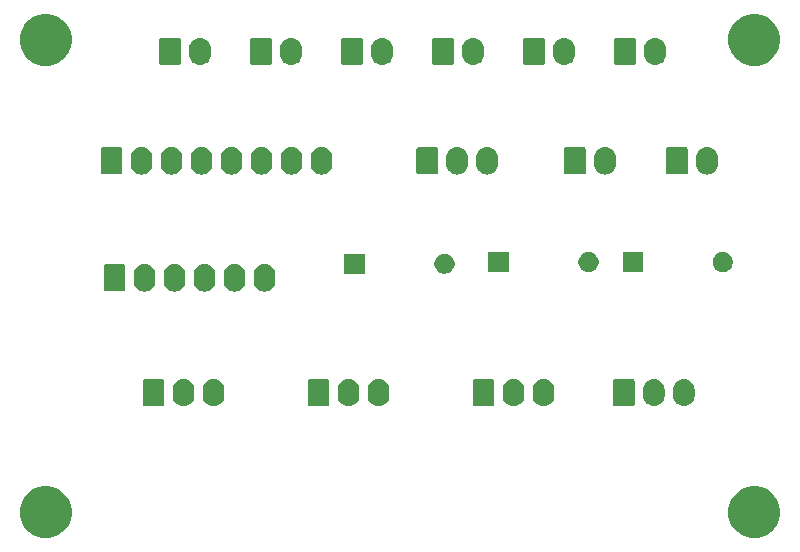
<source format=gbr>
G04 #@! TF.GenerationSoftware,KiCad,Pcbnew,(5.1.5-0-10_14)*
G04 #@! TF.CreationDate,2021-10-24T14:08:41+10:00*
G04 #@! TF.ProjectId,Vid Record and IFEI,56696420-5265-4636-9f72-6420616e6420,rev?*
G04 #@! TF.SameCoordinates,Original*
G04 #@! TF.FileFunction,Soldermask,Bot*
G04 #@! TF.FilePolarity,Negative*
%FSLAX46Y46*%
G04 Gerber Fmt 4.6, Leading zero omitted, Abs format (unit mm)*
G04 Created by KiCad (PCBNEW (5.1.5-0-10_14)) date 2021-10-24 14:08:41*
%MOMM*%
%LPD*%
G04 APERTURE LIST*
%ADD10C,0.100000*%
G04 APERTURE END LIST*
D10*
G36*
X194578007Y-113867582D02*
G01*
X194978563Y-114033498D01*
X194978565Y-114033499D01*
X195339056Y-114274371D01*
X195645629Y-114580944D01*
X195886501Y-114941435D01*
X195886502Y-114941437D01*
X196052418Y-115341993D01*
X196137000Y-115767219D01*
X196137000Y-116200781D01*
X196052418Y-116626007D01*
X195886502Y-117026563D01*
X195886501Y-117026565D01*
X195645629Y-117387056D01*
X195339056Y-117693629D01*
X194978565Y-117934501D01*
X194978564Y-117934502D01*
X194978563Y-117934502D01*
X194578007Y-118100418D01*
X194152781Y-118185000D01*
X193719219Y-118185000D01*
X193293993Y-118100418D01*
X192893437Y-117934502D01*
X192893436Y-117934502D01*
X192893435Y-117934501D01*
X192532944Y-117693629D01*
X192226371Y-117387056D01*
X191985499Y-117026565D01*
X191985498Y-117026563D01*
X191819582Y-116626007D01*
X191735000Y-116200781D01*
X191735000Y-115767219D01*
X191819582Y-115341993D01*
X191985498Y-114941437D01*
X191985499Y-114941435D01*
X192226371Y-114580944D01*
X192532944Y-114274371D01*
X192893435Y-114033499D01*
X192893437Y-114033498D01*
X193293993Y-113867582D01*
X193719219Y-113783000D01*
X194152781Y-113783000D01*
X194578007Y-113867582D01*
G37*
G36*
X134578007Y-113867582D02*
G01*
X134978563Y-114033498D01*
X134978565Y-114033499D01*
X135339056Y-114274371D01*
X135645629Y-114580944D01*
X135886501Y-114941435D01*
X135886502Y-114941437D01*
X136052418Y-115341993D01*
X136137000Y-115767219D01*
X136137000Y-116200781D01*
X136052418Y-116626007D01*
X135886502Y-117026563D01*
X135886501Y-117026565D01*
X135645629Y-117387056D01*
X135339056Y-117693629D01*
X134978565Y-117934501D01*
X134978564Y-117934502D01*
X134978563Y-117934502D01*
X134578007Y-118100418D01*
X134152781Y-118185000D01*
X133719219Y-118185000D01*
X133293993Y-118100418D01*
X132893437Y-117934502D01*
X132893436Y-117934502D01*
X132893435Y-117934501D01*
X132532944Y-117693629D01*
X132226371Y-117387056D01*
X131985499Y-117026565D01*
X131985498Y-117026563D01*
X131819582Y-116626007D01*
X131735000Y-116200781D01*
X131735000Y-115767219D01*
X131819582Y-115341993D01*
X131985498Y-114941437D01*
X131985499Y-114941435D01*
X132226371Y-114580944D01*
X132532944Y-114274371D01*
X132893435Y-114033499D01*
X132893437Y-114033498D01*
X133293993Y-113867582D01*
X133719219Y-113783000D01*
X134152781Y-113783000D01*
X134578007Y-113867582D01*
G37*
G36*
X159756547Y-104716326D02*
G01*
X159930156Y-104768990D01*
X159930158Y-104768991D01*
X160090155Y-104854511D01*
X160230397Y-104969603D01*
X160309729Y-105066271D01*
X160345489Y-105109844D01*
X160431010Y-105269843D01*
X160483674Y-105443452D01*
X160497000Y-105578756D01*
X160497000Y-106129243D01*
X160483674Y-106264548D01*
X160431010Y-106438157D01*
X160345489Y-106598156D01*
X160309729Y-106641729D01*
X160230397Y-106738397D01*
X160133729Y-106817729D01*
X160090156Y-106853489D01*
X159930157Y-106939010D01*
X159756548Y-106991674D01*
X159576000Y-107009456D01*
X159395453Y-106991674D01*
X159221844Y-106939010D01*
X159061845Y-106853489D01*
X159018272Y-106817729D01*
X158921604Y-106738397D01*
X158806513Y-106598157D01*
X158806512Y-106598155D01*
X158720990Y-106438157D01*
X158668326Y-106264548D01*
X158655000Y-106129244D01*
X158655000Y-105578757D01*
X158668326Y-105443453D01*
X158720990Y-105269844D01*
X158806511Y-105109845D01*
X158806512Y-105109844D01*
X158921603Y-104969603D01*
X159047388Y-104866375D01*
X159061844Y-104854511D01*
X159221843Y-104768990D01*
X159395452Y-104716326D01*
X159576000Y-104698544D01*
X159756547Y-104716326D01*
G37*
G36*
X162296547Y-104716326D02*
G01*
X162470156Y-104768990D01*
X162470158Y-104768991D01*
X162630155Y-104854511D01*
X162770397Y-104969603D01*
X162849729Y-105066271D01*
X162885489Y-105109844D01*
X162971010Y-105269843D01*
X163023674Y-105443452D01*
X163037000Y-105578756D01*
X163037000Y-106129243D01*
X163023674Y-106264548D01*
X162971010Y-106438157D01*
X162885489Y-106598156D01*
X162849729Y-106641729D01*
X162770397Y-106738397D01*
X162673729Y-106817729D01*
X162630156Y-106853489D01*
X162470157Y-106939010D01*
X162296548Y-106991674D01*
X162116000Y-107009456D01*
X161935453Y-106991674D01*
X161761844Y-106939010D01*
X161601845Y-106853489D01*
X161558272Y-106817729D01*
X161461604Y-106738397D01*
X161346513Y-106598157D01*
X161346512Y-106598155D01*
X161260990Y-106438157D01*
X161208326Y-106264548D01*
X161195000Y-106129244D01*
X161195000Y-105578757D01*
X161208326Y-105443453D01*
X161260990Y-105269844D01*
X161346511Y-105109845D01*
X161346512Y-105109844D01*
X161461603Y-104969603D01*
X161587388Y-104866375D01*
X161601844Y-104854511D01*
X161761843Y-104768990D01*
X161935452Y-104716326D01*
X162116000Y-104698544D01*
X162296547Y-104716326D01*
G37*
G36*
X173726547Y-104716326D02*
G01*
X173900156Y-104768990D01*
X173900158Y-104768991D01*
X174060155Y-104854511D01*
X174200397Y-104969603D01*
X174279729Y-105066271D01*
X174315489Y-105109844D01*
X174401010Y-105269843D01*
X174453674Y-105443452D01*
X174467000Y-105578756D01*
X174467000Y-106129243D01*
X174453674Y-106264548D01*
X174401010Y-106438157D01*
X174315489Y-106598156D01*
X174279729Y-106641729D01*
X174200397Y-106738397D01*
X174103729Y-106817729D01*
X174060156Y-106853489D01*
X173900157Y-106939010D01*
X173726548Y-106991674D01*
X173546000Y-107009456D01*
X173365453Y-106991674D01*
X173191844Y-106939010D01*
X173031845Y-106853489D01*
X172988272Y-106817729D01*
X172891604Y-106738397D01*
X172776513Y-106598157D01*
X172776512Y-106598155D01*
X172690990Y-106438157D01*
X172638326Y-106264548D01*
X172625000Y-106129244D01*
X172625000Y-105578757D01*
X172638326Y-105443453D01*
X172690990Y-105269844D01*
X172776511Y-105109845D01*
X172776512Y-105109844D01*
X172891603Y-104969603D01*
X173017388Y-104866375D01*
X173031844Y-104854511D01*
X173191843Y-104768990D01*
X173365452Y-104716326D01*
X173546000Y-104698544D01*
X173726547Y-104716326D01*
G37*
G36*
X176266547Y-104716326D02*
G01*
X176440156Y-104768990D01*
X176440158Y-104768991D01*
X176600155Y-104854511D01*
X176740397Y-104969603D01*
X176819729Y-105066271D01*
X176855489Y-105109844D01*
X176941010Y-105269843D01*
X176993674Y-105443452D01*
X177007000Y-105578756D01*
X177007000Y-106129243D01*
X176993674Y-106264548D01*
X176941010Y-106438157D01*
X176855489Y-106598156D01*
X176819729Y-106641729D01*
X176740397Y-106738397D01*
X176643729Y-106817729D01*
X176600156Y-106853489D01*
X176440157Y-106939010D01*
X176266548Y-106991674D01*
X176086000Y-107009456D01*
X175905453Y-106991674D01*
X175731844Y-106939010D01*
X175571845Y-106853489D01*
X175528272Y-106817729D01*
X175431604Y-106738397D01*
X175316513Y-106598157D01*
X175316512Y-106598155D01*
X175230990Y-106438157D01*
X175178326Y-106264548D01*
X175165000Y-106129244D01*
X175165000Y-105578757D01*
X175178326Y-105443453D01*
X175230990Y-105269844D01*
X175316511Y-105109845D01*
X175316512Y-105109844D01*
X175431603Y-104969603D01*
X175557388Y-104866375D01*
X175571844Y-104854511D01*
X175731843Y-104768990D01*
X175905452Y-104716326D01*
X176086000Y-104698544D01*
X176266547Y-104716326D01*
G37*
G36*
X185600547Y-104716326D02*
G01*
X185774156Y-104768990D01*
X185774158Y-104768991D01*
X185934155Y-104854511D01*
X186074397Y-104969603D01*
X186153729Y-105066271D01*
X186189489Y-105109844D01*
X186275010Y-105269843D01*
X186327674Y-105443452D01*
X186341000Y-105578756D01*
X186341000Y-106129243D01*
X186327674Y-106264548D01*
X186275010Y-106438157D01*
X186189489Y-106598156D01*
X186153729Y-106641729D01*
X186074397Y-106738397D01*
X185977729Y-106817729D01*
X185934156Y-106853489D01*
X185774157Y-106939010D01*
X185600548Y-106991674D01*
X185420000Y-107009456D01*
X185239453Y-106991674D01*
X185065844Y-106939010D01*
X184905845Y-106853489D01*
X184862272Y-106817729D01*
X184765604Y-106738397D01*
X184650513Y-106598157D01*
X184650512Y-106598155D01*
X184564990Y-106438157D01*
X184512326Y-106264548D01*
X184499000Y-106129244D01*
X184499000Y-105578757D01*
X184512326Y-105443453D01*
X184564990Y-105269844D01*
X184650511Y-105109845D01*
X184650512Y-105109844D01*
X184765603Y-104969603D01*
X184891388Y-104866375D01*
X184905844Y-104854511D01*
X185065843Y-104768990D01*
X185239452Y-104716326D01*
X185420000Y-104698544D01*
X185600547Y-104716326D01*
G37*
G36*
X188140547Y-104716326D02*
G01*
X188314156Y-104768990D01*
X188314158Y-104768991D01*
X188474155Y-104854511D01*
X188614397Y-104969603D01*
X188693729Y-105066271D01*
X188729489Y-105109844D01*
X188815010Y-105269843D01*
X188867674Y-105443452D01*
X188881000Y-105578756D01*
X188881000Y-106129243D01*
X188867674Y-106264548D01*
X188815010Y-106438157D01*
X188729489Y-106598156D01*
X188693729Y-106641729D01*
X188614397Y-106738397D01*
X188517729Y-106817729D01*
X188474156Y-106853489D01*
X188314157Y-106939010D01*
X188140548Y-106991674D01*
X187960000Y-107009456D01*
X187779453Y-106991674D01*
X187605844Y-106939010D01*
X187445845Y-106853489D01*
X187402272Y-106817729D01*
X187305604Y-106738397D01*
X187190513Y-106598157D01*
X187190512Y-106598155D01*
X187104990Y-106438157D01*
X187052326Y-106264548D01*
X187039000Y-106129244D01*
X187039000Y-105578757D01*
X187052326Y-105443453D01*
X187104990Y-105269844D01*
X187190511Y-105109845D01*
X187190512Y-105109844D01*
X187305603Y-104969603D01*
X187431388Y-104866375D01*
X187445844Y-104854511D01*
X187605843Y-104768990D01*
X187779452Y-104716326D01*
X187960000Y-104698544D01*
X188140547Y-104716326D01*
G37*
G36*
X145786547Y-104716326D02*
G01*
X145960156Y-104768990D01*
X145960158Y-104768991D01*
X146120155Y-104854511D01*
X146260397Y-104969603D01*
X146339729Y-105066271D01*
X146375489Y-105109844D01*
X146461010Y-105269843D01*
X146513674Y-105443452D01*
X146527000Y-105578756D01*
X146527000Y-106129243D01*
X146513674Y-106264548D01*
X146461010Y-106438157D01*
X146375489Y-106598156D01*
X146339729Y-106641729D01*
X146260397Y-106738397D01*
X146163729Y-106817729D01*
X146120156Y-106853489D01*
X145960157Y-106939010D01*
X145786548Y-106991674D01*
X145606000Y-107009456D01*
X145425453Y-106991674D01*
X145251844Y-106939010D01*
X145091845Y-106853489D01*
X145048272Y-106817729D01*
X144951604Y-106738397D01*
X144836513Y-106598157D01*
X144836512Y-106598155D01*
X144750990Y-106438157D01*
X144698326Y-106264548D01*
X144685000Y-106129244D01*
X144685000Y-105578757D01*
X144698326Y-105443453D01*
X144750990Y-105269844D01*
X144836511Y-105109845D01*
X144836512Y-105109844D01*
X144951603Y-104969603D01*
X145077388Y-104866375D01*
X145091844Y-104854511D01*
X145251843Y-104768990D01*
X145425452Y-104716326D01*
X145606000Y-104698544D01*
X145786547Y-104716326D01*
G37*
G36*
X148326547Y-104716326D02*
G01*
X148500156Y-104768990D01*
X148500158Y-104768991D01*
X148660155Y-104854511D01*
X148800397Y-104969603D01*
X148879729Y-105066271D01*
X148915489Y-105109844D01*
X149001010Y-105269843D01*
X149053674Y-105443452D01*
X149067000Y-105578756D01*
X149067000Y-106129243D01*
X149053674Y-106264548D01*
X149001010Y-106438157D01*
X148915489Y-106598156D01*
X148879729Y-106641729D01*
X148800397Y-106738397D01*
X148703729Y-106817729D01*
X148660156Y-106853489D01*
X148500157Y-106939010D01*
X148326548Y-106991674D01*
X148146000Y-107009456D01*
X147965453Y-106991674D01*
X147791844Y-106939010D01*
X147631845Y-106853489D01*
X147588272Y-106817729D01*
X147491604Y-106738397D01*
X147376513Y-106598157D01*
X147376512Y-106598155D01*
X147290990Y-106438157D01*
X147238326Y-106264548D01*
X147225000Y-106129244D01*
X147225000Y-105578757D01*
X147238326Y-105443453D01*
X147290990Y-105269844D01*
X147376511Y-105109845D01*
X147376512Y-105109844D01*
X147491603Y-104969603D01*
X147617388Y-104866375D01*
X147631844Y-104854511D01*
X147791843Y-104768990D01*
X147965452Y-104716326D01*
X148146000Y-104698544D01*
X148326547Y-104716326D01*
G37*
G36*
X157815561Y-104706966D02*
G01*
X157848383Y-104716923D01*
X157878632Y-104733092D01*
X157905148Y-104754852D01*
X157926908Y-104781368D01*
X157943077Y-104811617D01*
X157953034Y-104844439D01*
X157957000Y-104884713D01*
X157957000Y-106823287D01*
X157953034Y-106863561D01*
X157943077Y-106896383D01*
X157926908Y-106926632D01*
X157905148Y-106953148D01*
X157878632Y-106974908D01*
X157848383Y-106991077D01*
X157815561Y-107001034D01*
X157775287Y-107005000D01*
X156296713Y-107005000D01*
X156256439Y-107001034D01*
X156223617Y-106991077D01*
X156193368Y-106974908D01*
X156166852Y-106953148D01*
X156145092Y-106926632D01*
X156128923Y-106896383D01*
X156118966Y-106863561D01*
X156115000Y-106823287D01*
X156115000Y-104884713D01*
X156118966Y-104844439D01*
X156128923Y-104811617D01*
X156145092Y-104781368D01*
X156166852Y-104754852D01*
X156193368Y-104733092D01*
X156223617Y-104716923D01*
X156256439Y-104706966D01*
X156296713Y-104703000D01*
X157775287Y-104703000D01*
X157815561Y-104706966D01*
G37*
G36*
X171785561Y-104706966D02*
G01*
X171818383Y-104716923D01*
X171848632Y-104733092D01*
X171875148Y-104754852D01*
X171896908Y-104781368D01*
X171913077Y-104811617D01*
X171923034Y-104844439D01*
X171927000Y-104884713D01*
X171927000Y-106823287D01*
X171923034Y-106863561D01*
X171913077Y-106896383D01*
X171896908Y-106926632D01*
X171875148Y-106953148D01*
X171848632Y-106974908D01*
X171818383Y-106991077D01*
X171785561Y-107001034D01*
X171745287Y-107005000D01*
X170266713Y-107005000D01*
X170226439Y-107001034D01*
X170193617Y-106991077D01*
X170163368Y-106974908D01*
X170136852Y-106953148D01*
X170115092Y-106926632D01*
X170098923Y-106896383D01*
X170088966Y-106863561D01*
X170085000Y-106823287D01*
X170085000Y-104884713D01*
X170088966Y-104844439D01*
X170098923Y-104811617D01*
X170115092Y-104781368D01*
X170136852Y-104754852D01*
X170163368Y-104733092D01*
X170193617Y-104716923D01*
X170226439Y-104706966D01*
X170266713Y-104703000D01*
X171745287Y-104703000D01*
X171785561Y-104706966D01*
G37*
G36*
X143845561Y-104706966D02*
G01*
X143878383Y-104716923D01*
X143908632Y-104733092D01*
X143935148Y-104754852D01*
X143956908Y-104781368D01*
X143973077Y-104811617D01*
X143983034Y-104844439D01*
X143987000Y-104884713D01*
X143987000Y-106823287D01*
X143983034Y-106863561D01*
X143973077Y-106896383D01*
X143956908Y-106926632D01*
X143935148Y-106953148D01*
X143908632Y-106974908D01*
X143878383Y-106991077D01*
X143845561Y-107001034D01*
X143805287Y-107005000D01*
X142326713Y-107005000D01*
X142286439Y-107001034D01*
X142253617Y-106991077D01*
X142223368Y-106974908D01*
X142196852Y-106953148D01*
X142175092Y-106926632D01*
X142158923Y-106896383D01*
X142148966Y-106863561D01*
X142145000Y-106823287D01*
X142145000Y-104884713D01*
X142148966Y-104844439D01*
X142158923Y-104811617D01*
X142175092Y-104781368D01*
X142196852Y-104754852D01*
X142223368Y-104733092D01*
X142253617Y-104716923D01*
X142286439Y-104706966D01*
X142326713Y-104703000D01*
X143805287Y-104703000D01*
X143845561Y-104706966D01*
G37*
G36*
X183659561Y-104706966D02*
G01*
X183692383Y-104716923D01*
X183722632Y-104733092D01*
X183749148Y-104754852D01*
X183770908Y-104781368D01*
X183787077Y-104811617D01*
X183797034Y-104844439D01*
X183801000Y-104884713D01*
X183801000Y-106823287D01*
X183797034Y-106863561D01*
X183787077Y-106896383D01*
X183770908Y-106926632D01*
X183749148Y-106953148D01*
X183722632Y-106974908D01*
X183692383Y-106991077D01*
X183659561Y-107001034D01*
X183619287Y-107005000D01*
X182140713Y-107005000D01*
X182100439Y-107001034D01*
X182067617Y-106991077D01*
X182037368Y-106974908D01*
X182010852Y-106953148D01*
X181989092Y-106926632D01*
X181972923Y-106896383D01*
X181962966Y-106863561D01*
X181959000Y-106823287D01*
X181959000Y-104884713D01*
X181962966Y-104844439D01*
X181972923Y-104811617D01*
X181989092Y-104781368D01*
X182010852Y-104754852D01*
X182037368Y-104733092D01*
X182067617Y-104716923D01*
X182100439Y-104706966D01*
X182140713Y-104703000D01*
X183619287Y-104703000D01*
X183659561Y-104706966D01*
G37*
G36*
X152644547Y-95001326D02*
G01*
X152818156Y-95053990D01*
X152818158Y-95053991D01*
X152978155Y-95139511D01*
X153118397Y-95254603D01*
X153195028Y-95347980D01*
X153233489Y-95394844D01*
X153319010Y-95554843D01*
X153371674Y-95728452D01*
X153385000Y-95863756D01*
X153385000Y-96414243D01*
X153371674Y-96549548D01*
X153319010Y-96723157D01*
X153233489Y-96883156D01*
X153197729Y-96926729D01*
X153118397Y-97023397D01*
X153021729Y-97102729D01*
X152978156Y-97138489D01*
X152818157Y-97224010D01*
X152644548Y-97276674D01*
X152464000Y-97294456D01*
X152283453Y-97276674D01*
X152109844Y-97224010D01*
X151949845Y-97138489D01*
X151906272Y-97102729D01*
X151809604Y-97023397D01*
X151694513Y-96883157D01*
X151694512Y-96883155D01*
X151608990Y-96723157D01*
X151556326Y-96549548D01*
X151543000Y-96414244D01*
X151543000Y-95863757D01*
X151556326Y-95728453D01*
X151608990Y-95554844D01*
X151694511Y-95394845D01*
X151732972Y-95347980D01*
X151809603Y-95254603D01*
X151935388Y-95151375D01*
X151949844Y-95139511D01*
X152109843Y-95053990D01*
X152283452Y-95001326D01*
X152464000Y-94983544D01*
X152644547Y-95001326D01*
G37*
G36*
X150104547Y-95001326D02*
G01*
X150278156Y-95053990D01*
X150278158Y-95053991D01*
X150438155Y-95139511D01*
X150578397Y-95254603D01*
X150655028Y-95347980D01*
X150693489Y-95394844D01*
X150779010Y-95554843D01*
X150831674Y-95728452D01*
X150845000Y-95863756D01*
X150845000Y-96414243D01*
X150831674Y-96549548D01*
X150779010Y-96723157D01*
X150693489Y-96883156D01*
X150657729Y-96926729D01*
X150578397Y-97023397D01*
X150481729Y-97102729D01*
X150438156Y-97138489D01*
X150278157Y-97224010D01*
X150104548Y-97276674D01*
X149924000Y-97294456D01*
X149743453Y-97276674D01*
X149569844Y-97224010D01*
X149409845Y-97138489D01*
X149366272Y-97102729D01*
X149269604Y-97023397D01*
X149154513Y-96883157D01*
X149154512Y-96883155D01*
X149068990Y-96723157D01*
X149016326Y-96549548D01*
X149003000Y-96414244D01*
X149003000Y-95863757D01*
X149016326Y-95728453D01*
X149068990Y-95554844D01*
X149154511Y-95394845D01*
X149192972Y-95347980D01*
X149269603Y-95254603D01*
X149395388Y-95151375D01*
X149409844Y-95139511D01*
X149569843Y-95053990D01*
X149743452Y-95001326D01*
X149924000Y-94983544D01*
X150104547Y-95001326D01*
G37*
G36*
X147564547Y-95001326D02*
G01*
X147738156Y-95053990D01*
X147738158Y-95053991D01*
X147898155Y-95139511D01*
X148038397Y-95254603D01*
X148115028Y-95347980D01*
X148153489Y-95394844D01*
X148239010Y-95554843D01*
X148291674Y-95728452D01*
X148305000Y-95863756D01*
X148305000Y-96414243D01*
X148291674Y-96549548D01*
X148239010Y-96723157D01*
X148153489Y-96883156D01*
X148117729Y-96926729D01*
X148038397Y-97023397D01*
X147941729Y-97102729D01*
X147898156Y-97138489D01*
X147738157Y-97224010D01*
X147564548Y-97276674D01*
X147384000Y-97294456D01*
X147203453Y-97276674D01*
X147029844Y-97224010D01*
X146869845Y-97138489D01*
X146826272Y-97102729D01*
X146729604Y-97023397D01*
X146614513Y-96883157D01*
X146614512Y-96883155D01*
X146528990Y-96723157D01*
X146476326Y-96549548D01*
X146463000Y-96414244D01*
X146463000Y-95863757D01*
X146476326Y-95728453D01*
X146528990Y-95554844D01*
X146614511Y-95394845D01*
X146652972Y-95347980D01*
X146729603Y-95254603D01*
X146855388Y-95151375D01*
X146869844Y-95139511D01*
X147029843Y-95053990D01*
X147203452Y-95001326D01*
X147384000Y-94983544D01*
X147564547Y-95001326D01*
G37*
G36*
X145024547Y-95001326D02*
G01*
X145198156Y-95053990D01*
X145198158Y-95053991D01*
X145358155Y-95139511D01*
X145498397Y-95254603D01*
X145575028Y-95347980D01*
X145613489Y-95394844D01*
X145699010Y-95554843D01*
X145751674Y-95728452D01*
X145765000Y-95863756D01*
X145765000Y-96414243D01*
X145751674Y-96549548D01*
X145699010Y-96723157D01*
X145613489Y-96883156D01*
X145577729Y-96926729D01*
X145498397Y-97023397D01*
X145401729Y-97102729D01*
X145358156Y-97138489D01*
X145198157Y-97224010D01*
X145024548Y-97276674D01*
X144844000Y-97294456D01*
X144663453Y-97276674D01*
X144489844Y-97224010D01*
X144329845Y-97138489D01*
X144286272Y-97102729D01*
X144189604Y-97023397D01*
X144074513Y-96883157D01*
X144074512Y-96883155D01*
X143988990Y-96723157D01*
X143936326Y-96549548D01*
X143923000Y-96414244D01*
X143923000Y-95863757D01*
X143936326Y-95728453D01*
X143988990Y-95554844D01*
X144074511Y-95394845D01*
X144112972Y-95347980D01*
X144189603Y-95254603D01*
X144315388Y-95151375D01*
X144329844Y-95139511D01*
X144489843Y-95053990D01*
X144663452Y-95001326D01*
X144844000Y-94983544D01*
X145024547Y-95001326D01*
G37*
G36*
X142484547Y-95001326D02*
G01*
X142658156Y-95053990D01*
X142658158Y-95053991D01*
X142818155Y-95139511D01*
X142958397Y-95254603D01*
X143035028Y-95347980D01*
X143073489Y-95394844D01*
X143159010Y-95554843D01*
X143211674Y-95728452D01*
X143225000Y-95863756D01*
X143225000Y-96414243D01*
X143211674Y-96549548D01*
X143159010Y-96723157D01*
X143073489Y-96883156D01*
X143037729Y-96926729D01*
X142958397Y-97023397D01*
X142861729Y-97102729D01*
X142818156Y-97138489D01*
X142658157Y-97224010D01*
X142484548Y-97276674D01*
X142304000Y-97294456D01*
X142123453Y-97276674D01*
X141949844Y-97224010D01*
X141789845Y-97138489D01*
X141746272Y-97102729D01*
X141649604Y-97023397D01*
X141534513Y-96883157D01*
X141534512Y-96883155D01*
X141448990Y-96723157D01*
X141396326Y-96549548D01*
X141383000Y-96414244D01*
X141383000Y-95863757D01*
X141396326Y-95728453D01*
X141448990Y-95554844D01*
X141534511Y-95394845D01*
X141572972Y-95347980D01*
X141649603Y-95254603D01*
X141775388Y-95151375D01*
X141789844Y-95139511D01*
X141949843Y-95053990D01*
X142123452Y-95001326D01*
X142304000Y-94983544D01*
X142484547Y-95001326D01*
G37*
G36*
X140543561Y-94991966D02*
G01*
X140576383Y-95001923D01*
X140606632Y-95018092D01*
X140633148Y-95039852D01*
X140654908Y-95066368D01*
X140671077Y-95096617D01*
X140681034Y-95129439D01*
X140685000Y-95169713D01*
X140685000Y-97108287D01*
X140681034Y-97148561D01*
X140671077Y-97181383D01*
X140654908Y-97211632D01*
X140633148Y-97238148D01*
X140606632Y-97259908D01*
X140576383Y-97276077D01*
X140543561Y-97286034D01*
X140503287Y-97290000D01*
X139024713Y-97290000D01*
X138984439Y-97286034D01*
X138951617Y-97276077D01*
X138921368Y-97259908D01*
X138894852Y-97238148D01*
X138873092Y-97211632D01*
X138856923Y-97181383D01*
X138846966Y-97148561D01*
X138843000Y-97108287D01*
X138843000Y-95169713D01*
X138846966Y-95129439D01*
X138856923Y-95096617D01*
X138873092Y-95066368D01*
X138894852Y-95039852D01*
X138921368Y-95018092D01*
X138951617Y-95001923D01*
X138984439Y-94991966D01*
X139024713Y-94988000D01*
X140503287Y-94988000D01*
X140543561Y-94991966D01*
G37*
G36*
X167952228Y-94114203D02*
G01*
X168107100Y-94178353D01*
X168246481Y-94271485D01*
X168365015Y-94390019D01*
X168458147Y-94529400D01*
X168522297Y-94684272D01*
X168555000Y-94848684D01*
X168555000Y-95016316D01*
X168522297Y-95180728D01*
X168458147Y-95335600D01*
X168365015Y-95474981D01*
X168246481Y-95593515D01*
X168107100Y-95686647D01*
X167952228Y-95750797D01*
X167787816Y-95783500D01*
X167620184Y-95783500D01*
X167455772Y-95750797D01*
X167300900Y-95686647D01*
X167161519Y-95593515D01*
X167042985Y-95474981D01*
X166949853Y-95335600D01*
X166885703Y-95180728D01*
X166853000Y-95016316D01*
X166853000Y-94848684D01*
X166885703Y-94684272D01*
X166949853Y-94529400D01*
X167042985Y-94390019D01*
X167161519Y-94271485D01*
X167300900Y-94178353D01*
X167455772Y-94114203D01*
X167620184Y-94081500D01*
X167787816Y-94081500D01*
X167952228Y-94114203D01*
G37*
G36*
X160935000Y-95783500D02*
G01*
X159233000Y-95783500D01*
X159233000Y-94081500D01*
X160935000Y-94081500D01*
X160935000Y-95783500D01*
G37*
G36*
X184493000Y-95656500D02*
G01*
X182791000Y-95656500D01*
X182791000Y-93954500D01*
X184493000Y-93954500D01*
X184493000Y-95656500D01*
G37*
G36*
X191510228Y-93987203D02*
G01*
X191665100Y-94051353D01*
X191804481Y-94144485D01*
X191923015Y-94263019D01*
X192016147Y-94402400D01*
X192080297Y-94557272D01*
X192113000Y-94721684D01*
X192113000Y-94889316D01*
X192080297Y-95053728D01*
X192016147Y-95208600D01*
X191923015Y-95347981D01*
X191804481Y-95466515D01*
X191665100Y-95559647D01*
X191510228Y-95623797D01*
X191345816Y-95656500D01*
X191178184Y-95656500D01*
X191013772Y-95623797D01*
X190858900Y-95559647D01*
X190719519Y-95466515D01*
X190600985Y-95347981D01*
X190507853Y-95208600D01*
X190443703Y-95053728D01*
X190411000Y-94889316D01*
X190411000Y-94721684D01*
X190443703Y-94557272D01*
X190507853Y-94402400D01*
X190600985Y-94263019D01*
X190719519Y-94144485D01*
X190858900Y-94051353D01*
X191013772Y-93987203D01*
X191178184Y-93954500D01*
X191345816Y-93954500D01*
X191510228Y-93987203D01*
G37*
G36*
X173127000Y-95656500D02*
G01*
X171425000Y-95656500D01*
X171425000Y-93954500D01*
X173127000Y-93954500D01*
X173127000Y-95656500D01*
G37*
G36*
X180144228Y-93987203D02*
G01*
X180299100Y-94051353D01*
X180438481Y-94144485D01*
X180557015Y-94263019D01*
X180650147Y-94402400D01*
X180714297Y-94557272D01*
X180747000Y-94721684D01*
X180747000Y-94889316D01*
X180714297Y-95053728D01*
X180650147Y-95208600D01*
X180557015Y-95347981D01*
X180438481Y-95466515D01*
X180299100Y-95559647D01*
X180144228Y-95623797D01*
X179979816Y-95656500D01*
X179812184Y-95656500D01*
X179647772Y-95623797D01*
X179492900Y-95559647D01*
X179353519Y-95466515D01*
X179234985Y-95347981D01*
X179141853Y-95208600D01*
X179077703Y-95053728D01*
X179045000Y-94889316D01*
X179045000Y-94721684D01*
X179077703Y-94557272D01*
X179141853Y-94402400D01*
X179234985Y-94263019D01*
X179353519Y-94144485D01*
X179492900Y-94051353D01*
X179647772Y-93987203D01*
X179812184Y-93954500D01*
X179979816Y-93954500D01*
X180144228Y-93987203D01*
G37*
G36*
X154930547Y-85095326D02*
G01*
X155104156Y-85147990D01*
X155104158Y-85147991D01*
X155264155Y-85233511D01*
X155404397Y-85348603D01*
X155483729Y-85445271D01*
X155519489Y-85488844D01*
X155605010Y-85648843D01*
X155657674Y-85822452D01*
X155671000Y-85957756D01*
X155671000Y-86508243D01*
X155657674Y-86643548D01*
X155605010Y-86817157D01*
X155519489Y-86977156D01*
X155483729Y-87020729D01*
X155404397Y-87117397D01*
X155307729Y-87196729D01*
X155264156Y-87232489D01*
X155104157Y-87318010D01*
X154930548Y-87370674D01*
X154750000Y-87388456D01*
X154569453Y-87370674D01*
X154395844Y-87318010D01*
X154235845Y-87232489D01*
X154192272Y-87196729D01*
X154095604Y-87117397D01*
X153980513Y-86977157D01*
X153980512Y-86977155D01*
X153894990Y-86817157D01*
X153842326Y-86643548D01*
X153829000Y-86508244D01*
X153829000Y-85957757D01*
X153842326Y-85822453D01*
X153894990Y-85648844D01*
X153980511Y-85488845D01*
X153980512Y-85488844D01*
X154095603Y-85348603D01*
X154221388Y-85245375D01*
X154235844Y-85233511D01*
X154395843Y-85147990D01*
X154569452Y-85095326D01*
X154750000Y-85077544D01*
X154930547Y-85095326D01*
G37*
G36*
X142230547Y-85095326D02*
G01*
X142404156Y-85147990D01*
X142404158Y-85147991D01*
X142564155Y-85233511D01*
X142704397Y-85348603D01*
X142783729Y-85445271D01*
X142819489Y-85488844D01*
X142905010Y-85648843D01*
X142957674Y-85822452D01*
X142971000Y-85957756D01*
X142971000Y-86508243D01*
X142957674Y-86643548D01*
X142905010Y-86817157D01*
X142819489Y-86977156D01*
X142783729Y-87020729D01*
X142704397Y-87117397D01*
X142607729Y-87196729D01*
X142564156Y-87232489D01*
X142404157Y-87318010D01*
X142230548Y-87370674D01*
X142050000Y-87388456D01*
X141869453Y-87370674D01*
X141695844Y-87318010D01*
X141535845Y-87232489D01*
X141492272Y-87196729D01*
X141395604Y-87117397D01*
X141280513Y-86977157D01*
X141280512Y-86977155D01*
X141194990Y-86817157D01*
X141142326Y-86643548D01*
X141129000Y-86508244D01*
X141129000Y-85957757D01*
X141142326Y-85822453D01*
X141194990Y-85648844D01*
X141280511Y-85488845D01*
X141280512Y-85488844D01*
X141395603Y-85348603D01*
X141521388Y-85245375D01*
X141535844Y-85233511D01*
X141695843Y-85147990D01*
X141869452Y-85095326D01*
X142050000Y-85077544D01*
X142230547Y-85095326D01*
G37*
G36*
X144770547Y-85095326D02*
G01*
X144944156Y-85147990D01*
X144944158Y-85147991D01*
X145104155Y-85233511D01*
X145244397Y-85348603D01*
X145323729Y-85445271D01*
X145359489Y-85488844D01*
X145445010Y-85648843D01*
X145497674Y-85822452D01*
X145511000Y-85957756D01*
X145511000Y-86508243D01*
X145497674Y-86643548D01*
X145445010Y-86817157D01*
X145359489Y-86977156D01*
X145323729Y-87020729D01*
X145244397Y-87117397D01*
X145147729Y-87196729D01*
X145104156Y-87232489D01*
X144944157Y-87318010D01*
X144770548Y-87370674D01*
X144590000Y-87388456D01*
X144409453Y-87370674D01*
X144235844Y-87318010D01*
X144075845Y-87232489D01*
X144032272Y-87196729D01*
X143935604Y-87117397D01*
X143820513Y-86977157D01*
X143820512Y-86977155D01*
X143734990Y-86817157D01*
X143682326Y-86643548D01*
X143669000Y-86508244D01*
X143669000Y-85957757D01*
X143682326Y-85822453D01*
X143734990Y-85648844D01*
X143820511Y-85488845D01*
X143820512Y-85488844D01*
X143935603Y-85348603D01*
X144061388Y-85245375D01*
X144075844Y-85233511D01*
X144235843Y-85147990D01*
X144409452Y-85095326D01*
X144590000Y-85077544D01*
X144770547Y-85095326D01*
G37*
G36*
X147310547Y-85095326D02*
G01*
X147484156Y-85147990D01*
X147484158Y-85147991D01*
X147644155Y-85233511D01*
X147784397Y-85348603D01*
X147863729Y-85445271D01*
X147899489Y-85488844D01*
X147985010Y-85648843D01*
X148037674Y-85822452D01*
X148051000Y-85957756D01*
X148051000Y-86508243D01*
X148037674Y-86643548D01*
X147985010Y-86817157D01*
X147899489Y-86977156D01*
X147863729Y-87020729D01*
X147784397Y-87117397D01*
X147687729Y-87196729D01*
X147644156Y-87232489D01*
X147484157Y-87318010D01*
X147310548Y-87370674D01*
X147130000Y-87388456D01*
X146949453Y-87370674D01*
X146775844Y-87318010D01*
X146615845Y-87232489D01*
X146572272Y-87196729D01*
X146475604Y-87117397D01*
X146360513Y-86977157D01*
X146360512Y-86977155D01*
X146274990Y-86817157D01*
X146222326Y-86643548D01*
X146209000Y-86508244D01*
X146209000Y-85957757D01*
X146222326Y-85822453D01*
X146274990Y-85648844D01*
X146360511Y-85488845D01*
X146360512Y-85488844D01*
X146475603Y-85348603D01*
X146601388Y-85245375D01*
X146615844Y-85233511D01*
X146775843Y-85147990D01*
X146949452Y-85095326D01*
X147130000Y-85077544D01*
X147310547Y-85095326D01*
G37*
G36*
X157470547Y-85095326D02*
G01*
X157644156Y-85147990D01*
X157644158Y-85147991D01*
X157804155Y-85233511D01*
X157944397Y-85348603D01*
X158023729Y-85445271D01*
X158059489Y-85488844D01*
X158145010Y-85648843D01*
X158197674Y-85822452D01*
X158211000Y-85957756D01*
X158211000Y-86508243D01*
X158197674Y-86643548D01*
X158145010Y-86817157D01*
X158059489Y-86977156D01*
X158023729Y-87020729D01*
X157944397Y-87117397D01*
X157847729Y-87196729D01*
X157804156Y-87232489D01*
X157644157Y-87318010D01*
X157470548Y-87370674D01*
X157290000Y-87388456D01*
X157109453Y-87370674D01*
X156935844Y-87318010D01*
X156775845Y-87232489D01*
X156732272Y-87196729D01*
X156635604Y-87117397D01*
X156520513Y-86977157D01*
X156520512Y-86977155D01*
X156434990Y-86817157D01*
X156382326Y-86643548D01*
X156369000Y-86508244D01*
X156369000Y-85957757D01*
X156382326Y-85822453D01*
X156434990Y-85648844D01*
X156520511Y-85488845D01*
X156520512Y-85488844D01*
X156635603Y-85348603D01*
X156761388Y-85245375D01*
X156775844Y-85233511D01*
X156935843Y-85147990D01*
X157109452Y-85095326D01*
X157290000Y-85077544D01*
X157470547Y-85095326D01*
G37*
G36*
X149850547Y-85095326D02*
G01*
X150024156Y-85147990D01*
X150024158Y-85147991D01*
X150184155Y-85233511D01*
X150324397Y-85348603D01*
X150403729Y-85445271D01*
X150439489Y-85488844D01*
X150525010Y-85648843D01*
X150577674Y-85822452D01*
X150591000Y-85957756D01*
X150591000Y-86508243D01*
X150577674Y-86643548D01*
X150525010Y-86817157D01*
X150439489Y-86977156D01*
X150403729Y-87020729D01*
X150324397Y-87117397D01*
X150227729Y-87196729D01*
X150184156Y-87232489D01*
X150024157Y-87318010D01*
X149850548Y-87370674D01*
X149670000Y-87388456D01*
X149489453Y-87370674D01*
X149315844Y-87318010D01*
X149155845Y-87232489D01*
X149112272Y-87196729D01*
X149015604Y-87117397D01*
X148900513Y-86977157D01*
X148900512Y-86977155D01*
X148814990Y-86817157D01*
X148762326Y-86643548D01*
X148749000Y-86508244D01*
X148749000Y-85957757D01*
X148762326Y-85822453D01*
X148814990Y-85648844D01*
X148900511Y-85488845D01*
X148900512Y-85488844D01*
X149015603Y-85348603D01*
X149141388Y-85245375D01*
X149155844Y-85233511D01*
X149315843Y-85147990D01*
X149489452Y-85095326D01*
X149670000Y-85077544D01*
X149850547Y-85095326D01*
G37*
G36*
X152390547Y-85095326D02*
G01*
X152564156Y-85147990D01*
X152564158Y-85147991D01*
X152724155Y-85233511D01*
X152864397Y-85348603D01*
X152943729Y-85445271D01*
X152979489Y-85488844D01*
X153065010Y-85648843D01*
X153117674Y-85822452D01*
X153131000Y-85957756D01*
X153131000Y-86508243D01*
X153117674Y-86643548D01*
X153065010Y-86817157D01*
X152979489Y-86977156D01*
X152943729Y-87020729D01*
X152864397Y-87117397D01*
X152767729Y-87196729D01*
X152724156Y-87232489D01*
X152564157Y-87318010D01*
X152390548Y-87370674D01*
X152210000Y-87388456D01*
X152029453Y-87370674D01*
X151855844Y-87318010D01*
X151695845Y-87232489D01*
X151652272Y-87196729D01*
X151555604Y-87117397D01*
X151440513Y-86977157D01*
X151440512Y-86977155D01*
X151354990Y-86817157D01*
X151302326Y-86643548D01*
X151289000Y-86508244D01*
X151289000Y-85957757D01*
X151302326Y-85822453D01*
X151354990Y-85648844D01*
X151440511Y-85488845D01*
X151440512Y-85488844D01*
X151555603Y-85348603D01*
X151681388Y-85245375D01*
X151695844Y-85233511D01*
X151855843Y-85147990D01*
X152029452Y-85095326D01*
X152210000Y-85077544D01*
X152390547Y-85095326D01*
G37*
G36*
X171503547Y-85095326D02*
G01*
X171677156Y-85147990D01*
X171677158Y-85147991D01*
X171837155Y-85233511D01*
X171977397Y-85348603D01*
X172056729Y-85445271D01*
X172092489Y-85488844D01*
X172178010Y-85648843D01*
X172230674Y-85822452D01*
X172244000Y-85957756D01*
X172244000Y-86508243D01*
X172230674Y-86643548D01*
X172178010Y-86817157D01*
X172092489Y-86977156D01*
X172056729Y-87020729D01*
X171977397Y-87117397D01*
X171880729Y-87196729D01*
X171837156Y-87232489D01*
X171677157Y-87318010D01*
X171503548Y-87370674D01*
X171323000Y-87388456D01*
X171142453Y-87370674D01*
X170968844Y-87318010D01*
X170808845Y-87232489D01*
X170765272Y-87196729D01*
X170668604Y-87117397D01*
X170553513Y-86977157D01*
X170553512Y-86977155D01*
X170467990Y-86817157D01*
X170415326Y-86643548D01*
X170402000Y-86508244D01*
X170402000Y-85957757D01*
X170415326Y-85822453D01*
X170467990Y-85648844D01*
X170553511Y-85488845D01*
X170553512Y-85488844D01*
X170668603Y-85348603D01*
X170794388Y-85245375D01*
X170808844Y-85233511D01*
X170968843Y-85147990D01*
X171142452Y-85095326D01*
X171323000Y-85077544D01*
X171503547Y-85095326D01*
G37*
G36*
X168963547Y-85095326D02*
G01*
X169137156Y-85147990D01*
X169137158Y-85147991D01*
X169297155Y-85233511D01*
X169437397Y-85348603D01*
X169516729Y-85445271D01*
X169552489Y-85488844D01*
X169638010Y-85648843D01*
X169690674Y-85822452D01*
X169704000Y-85957756D01*
X169704000Y-86508243D01*
X169690674Y-86643548D01*
X169638010Y-86817157D01*
X169552489Y-86977156D01*
X169516729Y-87020729D01*
X169437397Y-87117397D01*
X169340729Y-87196729D01*
X169297156Y-87232489D01*
X169137157Y-87318010D01*
X168963548Y-87370674D01*
X168783000Y-87388456D01*
X168602453Y-87370674D01*
X168428844Y-87318010D01*
X168268845Y-87232489D01*
X168225272Y-87196729D01*
X168128604Y-87117397D01*
X168013513Y-86977157D01*
X168013512Y-86977155D01*
X167927990Y-86817157D01*
X167875326Y-86643548D01*
X167862000Y-86508244D01*
X167862000Y-85957757D01*
X167875326Y-85822453D01*
X167927990Y-85648844D01*
X168013511Y-85488845D01*
X168013512Y-85488844D01*
X168128603Y-85348603D01*
X168254388Y-85245375D01*
X168268844Y-85233511D01*
X168428843Y-85147990D01*
X168602452Y-85095326D01*
X168783000Y-85077544D01*
X168963547Y-85095326D01*
G37*
G36*
X181472547Y-85095326D02*
G01*
X181646156Y-85147990D01*
X181646158Y-85147991D01*
X181806155Y-85233511D01*
X181946397Y-85348603D01*
X182025729Y-85445271D01*
X182061489Y-85488844D01*
X182147010Y-85648843D01*
X182199674Y-85822452D01*
X182213000Y-85957756D01*
X182213000Y-86508243D01*
X182199674Y-86643548D01*
X182147010Y-86817157D01*
X182061489Y-86977156D01*
X182025729Y-87020729D01*
X181946397Y-87117397D01*
X181849729Y-87196729D01*
X181806156Y-87232489D01*
X181646157Y-87318010D01*
X181472548Y-87370674D01*
X181292000Y-87388456D01*
X181111453Y-87370674D01*
X180937844Y-87318010D01*
X180777845Y-87232489D01*
X180734272Y-87196729D01*
X180637604Y-87117397D01*
X180522513Y-86977157D01*
X180522512Y-86977155D01*
X180436990Y-86817157D01*
X180384326Y-86643548D01*
X180371000Y-86508244D01*
X180371000Y-85957757D01*
X180384326Y-85822453D01*
X180436990Y-85648844D01*
X180522511Y-85488845D01*
X180522512Y-85488844D01*
X180637603Y-85348603D01*
X180763388Y-85245375D01*
X180777844Y-85233511D01*
X180937843Y-85147990D01*
X181111452Y-85095326D01*
X181292000Y-85077544D01*
X181472547Y-85095326D01*
G37*
G36*
X190108547Y-85095326D02*
G01*
X190282156Y-85147990D01*
X190282158Y-85147991D01*
X190442155Y-85233511D01*
X190582397Y-85348603D01*
X190661729Y-85445271D01*
X190697489Y-85488844D01*
X190783010Y-85648843D01*
X190835674Y-85822452D01*
X190849000Y-85957756D01*
X190849000Y-86508243D01*
X190835674Y-86643548D01*
X190783010Y-86817157D01*
X190697489Y-86977156D01*
X190661729Y-87020729D01*
X190582397Y-87117397D01*
X190485729Y-87196729D01*
X190442156Y-87232489D01*
X190282157Y-87318010D01*
X190108548Y-87370674D01*
X189928000Y-87388456D01*
X189747453Y-87370674D01*
X189573844Y-87318010D01*
X189413845Y-87232489D01*
X189370272Y-87196729D01*
X189273604Y-87117397D01*
X189158513Y-86977157D01*
X189158512Y-86977155D01*
X189072990Y-86817157D01*
X189020326Y-86643548D01*
X189007000Y-86508244D01*
X189007000Y-85957757D01*
X189020326Y-85822453D01*
X189072990Y-85648844D01*
X189158511Y-85488845D01*
X189158512Y-85488844D01*
X189273603Y-85348603D01*
X189399388Y-85245375D01*
X189413844Y-85233511D01*
X189573843Y-85147990D01*
X189747452Y-85095326D01*
X189928000Y-85077544D01*
X190108547Y-85095326D01*
G37*
G36*
X188167561Y-85085966D02*
G01*
X188200383Y-85095923D01*
X188230632Y-85112092D01*
X188257148Y-85133852D01*
X188278908Y-85160368D01*
X188295077Y-85190617D01*
X188305034Y-85223439D01*
X188309000Y-85263713D01*
X188309000Y-87202287D01*
X188305034Y-87242561D01*
X188295077Y-87275383D01*
X188278908Y-87305632D01*
X188257148Y-87332148D01*
X188230632Y-87353908D01*
X188200383Y-87370077D01*
X188167561Y-87380034D01*
X188127287Y-87384000D01*
X186648713Y-87384000D01*
X186608439Y-87380034D01*
X186575617Y-87370077D01*
X186545368Y-87353908D01*
X186518852Y-87332148D01*
X186497092Y-87305632D01*
X186480923Y-87275383D01*
X186470966Y-87242561D01*
X186467000Y-87202287D01*
X186467000Y-85263713D01*
X186470966Y-85223439D01*
X186480923Y-85190617D01*
X186497092Y-85160368D01*
X186518852Y-85133852D01*
X186545368Y-85112092D01*
X186575617Y-85095923D01*
X186608439Y-85085966D01*
X186648713Y-85082000D01*
X188127287Y-85082000D01*
X188167561Y-85085966D01*
G37*
G36*
X179531561Y-85085966D02*
G01*
X179564383Y-85095923D01*
X179594632Y-85112092D01*
X179621148Y-85133852D01*
X179642908Y-85160368D01*
X179659077Y-85190617D01*
X179669034Y-85223439D01*
X179673000Y-85263713D01*
X179673000Y-87202287D01*
X179669034Y-87242561D01*
X179659077Y-87275383D01*
X179642908Y-87305632D01*
X179621148Y-87332148D01*
X179594632Y-87353908D01*
X179564383Y-87370077D01*
X179531561Y-87380034D01*
X179491287Y-87384000D01*
X178012713Y-87384000D01*
X177972439Y-87380034D01*
X177939617Y-87370077D01*
X177909368Y-87353908D01*
X177882852Y-87332148D01*
X177861092Y-87305632D01*
X177844923Y-87275383D01*
X177834966Y-87242561D01*
X177831000Y-87202287D01*
X177831000Y-85263713D01*
X177834966Y-85223439D01*
X177844923Y-85190617D01*
X177861092Y-85160368D01*
X177882852Y-85133852D01*
X177909368Y-85112092D01*
X177939617Y-85095923D01*
X177972439Y-85085966D01*
X178012713Y-85082000D01*
X179491287Y-85082000D01*
X179531561Y-85085966D01*
G37*
G36*
X167022561Y-85085966D02*
G01*
X167055383Y-85095923D01*
X167085632Y-85112092D01*
X167112148Y-85133852D01*
X167133908Y-85160368D01*
X167150077Y-85190617D01*
X167160034Y-85223439D01*
X167164000Y-85263713D01*
X167164000Y-87202287D01*
X167160034Y-87242561D01*
X167150077Y-87275383D01*
X167133908Y-87305632D01*
X167112148Y-87332148D01*
X167085632Y-87353908D01*
X167055383Y-87370077D01*
X167022561Y-87380034D01*
X166982287Y-87384000D01*
X165503713Y-87384000D01*
X165463439Y-87380034D01*
X165430617Y-87370077D01*
X165400368Y-87353908D01*
X165373852Y-87332148D01*
X165352092Y-87305632D01*
X165335923Y-87275383D01*
X165325966Y-87242561D01*
X165322000Y-87202287D01*
X165322000Y-85263713D01*
X165325966Y-85223439D01*
X165335923Y-85190617D01*
X165352092Y-85160368D01*
X165373852Y-85133852D01*
X165400368Y-85112092D01*
X165430617Y-85095923D01*
X165463439Y-85085966D01*
X165503713Y-85082000D01*
X166982287Y-85082000D01*
X167022561Y-85085966D01*
G37*
G36*
X140289561Y-85085966D02*
G01*
X140322383Y-85095923D01*
X140352632Y-85112092D01*
X140379148Y-85133852D01*
X140400908Y-85160368D01*
X140417077Y-85190617D01*
X140427034Y-85223439D01*
X140431000Y-85263713D01*
X140431000Y-87202287D01*
X140427034Y-87242561D01*
X140417077Y-87275383D01*
X140400908Y-87305632D01*
X140379148Y-87332148D01*
X140352632Y-87353908D01*
X140322383Y-87370077D01*
X140289561Y-87380034D01*
X140249287Y-87384000D01*
X138770713Y-87384000D01*
X138730439Y-87380034D01*
X138697617Y-87370077D01*
X138667368Y-87353908D01*
X138640852Y-87332148D01*
X138619092Y-87305632D01*
X138602923Y-87275383D01*
X138592966Y-87242561D01*
X138589000Y-87202287D01*
X138589000Y-85263713D01*
X138592966Y-85223439D01*
X138602923Y-85190617D01*
X138619092Y-85160368D01*
X138640852Y-85133852D01*
X138667368Y-85112092D01*
X138697617Y-85095923D01*
X138730439Y-85085966D01*
X138770713Y-85082000D01*
X140249287Y-85082000D01*
X140289561Y-85085966D01*
G37*
G36*
X194578007Y-73867582D02*
G01*
X194978563Y-74033498D01*
X194978565Y-74033499D01*
X195339056Y-74274371D01*
X195645629Y-74580944D01*
X195886501Y-74941435D01*
X195886502Y-74941437D01*
X196052418Y-75341993D01*
X196137000Y-75767219D01*
X196137000Y-76200781D01*
X196052418Y-76626007D01*
X196027254Y-76686757D01*
X195886501Y-77026565D01*
X195645629Y-77387056D01*
X195339056Y-77693629D01*
X194978565Y-77934501D01*
X194978564Y-77934502D01*
X194978563Y-77934502D01*
X194578007Y-78100418D01*
X194152781Y-78185000D01*
X193719219Y-78185000D01*
X193293993Y-78100418D01*
X192893437Y-77934502D01*
X192893436Y-77934502D01*
X192893435Y-77934501D01*
X192532944Y-77693629D01*
X192226371Y-77387056D01*
X191985499Y-77026565D01*
X191844746Y-76686757D01*
X191819582Y-76626007D01*
X191735000Y-76200781D01*
X191735000Y-75767219D01*
X191819582Y-75341993D01*
X191985498Y-74941437D01*
X191985499Y-74941435D01*
X192226371Y-74580944D01*
X192532944Y-74274371D01*
X192893435Y-74033499D01*
X192893437Y-74033498D01*
X193293993Y-73867582D01*
X193719219Y-73783000D01*
X194152781Y-73783000D01*
X194578007Y-73867582D01*
G37*
G36*
X134578007Y-73867582D02*
G01*
X134978563Y-74033498D01*
X134978565Y-74033499D01*
X135339056Y-74274371D01*
X135645629Y-74580944D01*
X135886501Y-74941435D01*
X135886502Y-74941437D01*
X136052418Y-75341993D01*
X136137000Y-75767219D01*
X136137000Y-76200781D01*
X136052418Y-76626007D01*
X136027254Y-76686757D01*
X135886501Y-77026565D01*
X135645629Y-77387056D01*
X135339056Y-77693629D01*
X134978565Y-77934501D01*
X134978564Y-77934502D01*
X134978563Y-77934502D01*
X134578007Y-78100418D01*
X134152781Y-78185000D01*
X133719219Y-78185000D01*
X133293993Y-78100418D01*
X132893437Y-77934502D01*
X132893436Y-77934502D01*
X132893435Y-77934501D01*
X132532944Y-77693629D01*
X132226371Y-77387056D01*
X131985499Y-77026565D01*
X131844746Y-76686757D01*
X131819582Y-76626007D01*
X131735000Y-76200781D01*
X131735000Y-75767219D01*
X131819582Y-75341993D01*
X131985498Y-74941437D01*
X131985499Y-74941435D01*
X132226371Y-74580944D01*
X132532944Y-74274371D01*
X132893435Y-74033499D01*
X132893437Y-74033498D01*
X133293993Y-73867582D01*
X133719219Y-73783000D01*
X134152781Y-73783000D01*
X134578007Y-73867582D01*
G37*
G36*
X162600547Y-75824326D02*
G01*
X162774156Y-75876990D01*
X162774158Y-75876991D01*
X162934155Y-75962511D01*
X163074397Y-76077603D01*
X163153729Y-76174271D01*
X163189489Y-76217844D01*
X163275010Y-76377843D01*
X163327674Y-76551452D01*
X163341000Y-76686756D01*
X163341000Y-77237243D01*
X163327674Y-77372548D01*
X163275010Y-77546157D01*
X163189489Y-77706156D01*
X163153729Y-77749729D01*
X163074397Y-77846397D01*
X162977729Y-77925729D01*
X162934156Y-77961489D01*
X162774157Y-78047010D01*
X162600548Y-78099674D01*
X162420000Y-78117456D01*
X162239453Y-78099674D01*
X162065844Y-78047010D01*
X161905845Y-77961489D01*
X161862272Y-77925729D01*
X161765604Y-77846397D01*
X161650513Y-77706157D01*
X161650512Y-77706155D01*
X161564990Y-77546157D01*
X161512326Y-77372548D01*
X161499000Y-77237244D01*
X161499000Y-76686757D01*
X161512326Y-76551453D01*
X161564990Y-76377844D01*
X161650511Y-76217845D01*
X161664516Y-76200780D01*
X161765603Y-76077603D01*
X161891388Y-75974375D01*
X161905844Y-75962511D01*
X162065843Y-75876990D01*
X162239452Y-75824326D01*
X162420000Y-75806544D01*
X162600547Y-75824326D01*
G37*
G36*
X154891547Y-75824326D02*
G01*
X155065156Y-75876990D01*
X155065158Y-75876991D01*
X155225155Y-75962511D01*
X155365397Y-76077603D01*
X155444729Y-76174271D01*
X155480489Y-76217844D01*
X155566010Y-76377843D01*
X155618674Y-76551452D01*
X155632000Y-76686756D01*
X155632000Y-77237243D01*
X155618674Y-77372548D01*
X155566010Y-77546157D01*
X155480489Y-77706156D01*
X155444729Y-77749729D01*
X155365397Y-77846397D01*
X155268729Y-77925729D01*
X155225156Y-77961489D01*
X155065157Y-78047010D01*
X154891548Y-78099674D01*
X154711000Y-78117456D01*
X154530453Y-78099674D01*
X154356844Y-78047010D01*
X154196845Y-77961489D01*
X154153272Y-77925729D01*
X154056604Y-77846397D01*
X153941513Y-77706157D01*
X153941512Y-77706155D01*
X153855990Y-77546157D01*
X153803326Y-77372548D01*
X153790000Y-77237244D01*
X153790000Y-76686757D01*
X153803326Y-76551453D01*
X153855990Y-76377844D01*
X153941511Y-76217845D01*
X153955516Y-76200780D01*
X154056603Y-76077603D01*
X154182388Y-75974375D01*
X154196844Y-75962511D01*
X154356843Y-75876990D01*
X154530452Y-75824326D01*
X154711000Y-75806544D01*
X154891547Y-75824326D01*
G37*
G36*
X147182547Y-75824326D02*
G01*
X147356156Y-75876990D01*
X147356158Y-75876991D01*
X147516155Y-75962511D01*
X147656397Y-76077603D01*
X147735729Y-76174271D01*
X147771489Y-76217844D01*
X147857010Y-76377843D01*
X147909674Y-76551452D01*
X147923000Y-76686756D01*
X147923000Y-77237243D01*
X147909674Y-77372548D01*
X147857010Y-77546157D01*
X147771489Y-77706156D01*
X147735729Y-77749729D01*
X147656397Y-77846397D01*
X147559729Y-77925729D01*
X147516156Y-77961489D01*
X147356157Y-78047010D01*
X147182548Y-78099674D01*
X147002000Y-78117456D01*
X146821453Y-78099674D01*
X146647844Y-78047010D01*
X146487845Y-77961489D01*
X146444272Y-77925729D01*
X146347604Y-77846397D01*
X146232513Y-77706157D01*
X146232512Y-77706155D01*
X146146990Y-77546157D01*
X146094326Y-77372548D01*
X146081000Y-77237244D01*
X146081000Y-76686757D01*
X146094326Y-76551453D01*
X146146990Y-76377844D01*
X146232511Y-76217845D01*
X146246516Y-76200780D01*
X146347603Y-76077603D01*
X146473388Y-75974375D01*
X146487844Y-75962511D01*
X146647843Y-75876990D01*
X146821452Y-75824326D01*
X147002000Y-75806544D01*
X147182547Y-75824326D01*
G37*
G36*
X170309547Y-75824326D02*
G01*
X170483156Y-75876990D01*
X170483158Y-75876991D01*
X170643155Y-75962511D01*
X170783397Y-76077603D01*
X170862729Y-76174271D01*
X170898489Y-76217844D01*
X170984010Y-76377843D01*
X171036674Y-76551452D01*
X171050000Y-76686756D01*
X171050000Y-77237243D01*
X171036674Y-77372548D01*
X170984010Y-77546157D01*
X170898489Y-77706156D01*
X170862729Y-77749729D01*
X170783397Y-77846397D01*
X170686729Y-77925729D01*
X170643156Y-77961489D01*
X170483157Y-78047010D01*
X170309548Y-78099674D01*
X170129000Y-78117456D01*
X169948453Y-78099674D01*
X169774844Y-78047010D01*
X169614845Y-77961489D01*
X169571272Y-77925729D01*
X169474604Y-77846397D01*
X169359513Y-77706157D01*
X169359512Y-77706155D01*
X169273990Y-77546157D01*
X169221326Y-77372548D01*
X169208000Y-77237244D01*
X169208000Y-76686757D01*
X169221326Y-76551453D01*
X169273990Y-76377844D01*
X169359511Y-76217845D01*
X169373516Y-76200780D01*
X169474603Y-76077603D01*
X169600388Y-75974375D01*
X169614844Y-75962511D01*
X169774843Y-75876990D01*
X169948452Y-75824326D01*
X170129000Y-75806544D01*
X170309547Y-75824326D01*
G37*
G36*
X178018547Y-75824326D02*
G01*
X178192156Y-75876990D01*
X178192158Y-75876991D01*
X178352155Y-75962511D01*
X178492397Y-76077603D01*
X178571729Y-76174271D01*
X178607489Y-76217844D01*
X178693010Y-76377843D01*
X178745674Y-76551452D01*
X178759000Y-76686756D01*
X178759000Y-77237243D01*
X178745674Y-77372548D01*
X178693010Y-77546157D01*
X178607489Y-77706156D01*
X178571729Y-77749729D01*
X178492397Y-77846397D01*
X178395729Y-77925729D01*
X178352156Y-77961489D01*
X178192157Y-78047010D01*
X178018548Y-78099674D01*
X177838000Y-78117456D01*
X177657453Y-78099674D01*
X177483844Y-78047010D01*
X177323845Y-77961489D01*
X177280272Y-77925729D01*
X177183604Y-77846397D01*
X177068513Y-77706157D01*
X177068512Y-77706155D01*
X176982990Y-77546157D01*
X176930326Y-77372548D01*
X176917000Y-77237244D01*
X176917000Y-76686757D01*
X176930326Y-76551453D01*
X176982990Y-76377844D01*
X177068511Y-76217845D01*
X177082516Y-76200780D01*
X177183603Y-76077603D01*
X177309388Y-75974375D01*
X177323844Y-75962511D01*
X177483843Y-75876990D01*
X177657452Y-75824326D01*
X177838000Y-75806544D01*
X178018547Y-75824326D01*
G37*
G36*
X185727547Y-75824326D02*
G01*
X185901156Y-75876990D01*
X185901158Y-75876991D01*
X186061155Y-75962511D01*
X186201397Y-76077603D01*
X186280729Y-76174271D01*
X186316489Y-76217844D01*
X186402010Y-76377843D01*
X186454674Y-76551452D01*
X186468000Y-76686756D01*
X186468000Y-77237243D01*
X186454674Y-77372548D01*
X186402010Y-77546157D01*
X186316489Y-77706156D01*
X186280729Y-77749729D01*
X186201397Y-77846397D01*
X186104729Y-77925729D01*
X186061156Y-77961489D01*
X185901157Y-78047010D01*
X185727548Y-78099674D01*
X185547000Y-78117456D01*
X185366453Y-78099674D01*
X185192844Y-78047010D01*
X185032845Y-77961489D01*
X184989272Y-77925729D01*
X184892604Y-77846397D01*
X184777513Y-77706157D01*
X184777512Y-77706155D01*
X184691990Y-77546157D01*
X184639326Y-77372548D01*
X184626000Y-77237244D01*
X184626000Y-76686757D01*
X184639326Y-76551453D01*
X184691990Y-76377844D01*
X184777511Y-76217845D01*
X184791516Y-76200780D01*
X184892603Y-76077603D01*
X185018388Y-75974375D01*
X185032844Y-75962511D01*
X185192843Y-75876990D01*
X185366452Y-75824326D01*
X185547000Y-75806544D01*
X185727547Y-75824326D01*
G37*
G36*
X145241561Y-75814966D02*
G01*
X145274383Y-75824923D01*
X145304632Y-75841092D01*
X145331148Y-75862852D01*
X145352908Y-75889368D01*
X145369077Y-75919617D01*
X145379034Y-75952439D01*
X145383000Y-75992713D01*
X145383000Y-77931287D01*
X145379034Y-77971561D01*
X145369077Y-78004383D01*
X145352908Y-78034632D01*
X145331148Y-78061148D01*
X145304632Y-78082908D01*
X145274383Y-78099077D01*
X145241561Y-78109034D01*
X145201287Y-78113000D01*
X143722713Y-78113000D01*
X143682439Y-78109034D01*
X143649617Y-78099077D01*
X143619368Y-78082908D01*
X143592852Y-78061148D01*
X143571092Y-78034632D01*
X143554923Y-78004383D01*
X143544966Y-77971561D01*
X143541000Y-77931287D01*
X143541000Y-75992713D01*
X143544966Y-75952439D01*
X143554923Y-75919617D01*
X143571092Y-75889368D01*
X143592852Y-75862852D01*
X143619368Y-75841092D01*
X143649617Y-75824923D01*
X143682439Y-75814966D01*
X143722713Y-75811000D01*
X145201287Y-75811000D01*
X145241561Y-75814966D01*
G37*
G36*
X168368561Y-75814966D02*
G01*
X168401383Y-75824923D01*
X168431632Y-75841092D01*
X168458148Y-75862852D01*
X168479908Y-75889368D01*
X168496077Y-75919617D01*
X168506034Y-75952439D01*
X168510000Y-75992713D01*
X168510000Y-77931287D01*
X168506034Y-77971561D01*
X168496077Y-78004383D01*
X168479908Y-78034632D01*
X168458148Y-78061148D01*
X168431632Y-78082908D01*
X168401383Y-78099077D01*
X168368561Y-78109034D01*
X168328287Y-78113000D01*
X166849713Y-78113000D01*
X166809439Y-78109034D01*
X166776617Y-78099077D01*
X166746368Y-78082908D01*
X166719852Y-78061148D01*
X166698092Y-78034632D01*
X166681923Y-78004383D01*
X166671966Y-77971561D01*
X166668000Y-77931287D01*
X166668000Y-75992713D01*
X166671966Y-75952439D01*
X166681923Y-75919617D01*
X166698092Y-75889368D01*
X166719852Y-75862852D01*
X166746368Y-75841092D01*
X166776617Y-75824923D01*
X166809439Y-75814966D01*
X166849713Y-75811000D01*
X168328287Y-75811000D01*
X168368561Y-75814966D01*
G37*
G36*
X152950561Y-75814966D02*
G01*
X152983383Y-75824923D01*
X153013632Y-75841092D01*
X153040148Y-75862852D01*
X153061908Y-75889368D01*
X153078077Y-75919617D01*
X153088034Y-75952439D01*
X153092000Y-75992713D01*
X153092000Y-77931287D01*
X153088034Y-77971561D01*
X153078077Y-78004383D01*
X153061908Y-78034632D01*
X153040148Y-78061148D01*
X153013632Y-78082908D01*
X152983383Y-78099077D01*
X152950561Y-78109034D01*
X152910287Y-78113000D01*
X151431713Y-78113000D01*
X151391439Y-78109034D01*
X151358617Y-78099077D01*
X151328368Y-78082908D01*
X151301852Y-78061148D01*
X151280092Y-78034632D01*
X151263923Y-78004383D01*
X151253966Y-77971561D01*
X151250000Y-77931287D01*
X151250000Y-75992713D01*
X151253966Y-75952439D01*
X151263923Y-75919617D01*
X151280092Y-75889368D01*
X151301852Y-75862852D01*
X151328368Y-75841092D01*
X151358617Y-75824923D01*
X151391439Y-75814966D01*
X151431713Y-75811000D01*
X152910287Y-75811000D01*
X152950561Y-75814966D01*
G37*
G36*
X176077561Y-75814966D02*
G01*
X176110383Y-75824923D01*
X176140632Y-75841092D01*
X176167148Y-75862852D01*
X176188908Y-75889368D01*
X176205077Y-75919617D01*
X176215034Y-75952439D01*
X176219000Y-75992713D01*
X176219000Y-77931287D01*
X176215034Y-77971561D01*
X176205077Y-78004383D01*
X176188908Y-78034632D01*
X176167148Y-78061148D01*
X176140632Y-78082908D01*
X176110383Y-78099077D01*
X176077561Y-78109034D01*
X176037287Y-78113000D01*
X174558713Y-78113000D01*
X174518439Y-78109034D01*
X174485617Y-78099077D01*
X174455368Y-78082908D01*
X174428852Y-78061148D01*
X174407092Y-78034632D01*
X174390923Y-78004383D01*
X174380966Y-77971561D01*
X174377000Y-77931287D01*
X174377000Y-75992713D01*
X174380966Y-75952439D01*
X174390923Y-75919617D01*
X174407092Y-75889368D01*
X174428852Y-75862852D01*
X174455368Y-75841092D01*
X174485617Y-75824923D01*
X174518439Y-75814966D01*
X174558713Y-75811000D01*
X176037287Y-75811000D01*
X176077561Y-75814966D01*
G37*
G36*
X183786561Y-75814966D02*
G01*
X183819383Y-75824923D01*
X183849632Y-75841092D01*
X183876148Y-75862852D01*
X183897908Y-75889368D01*
X183914077Y-75919617D01*
X183924034Y-75952439D01*
X183928000Y-75992713D01*
X183928000Y-77931287D01*
X183924034Y-77971561D01*
X183914077Y-78004383D01*
X183897908Y-78034632D01*
X183876148Y-78061148D01*
X183849632Y-78082908D01*
X183819383Y-78099077D01*
X183786561Y-78109034D01*
X183746287Y-78113000D01*
X182267713Y-78113000D01*
X182227439Y-78109034D01*
X182194617Y-78099077D01*
X182164368Y-78082908D01*
X182137852Y-78061148D01*
X182116092Y-78034632D01*
X182099923Y-78004383D01*
X182089966Y-77971561D01*
X182086000Y-77931287D01*
X182086000Y-75992713D01*
X182089966Y-75952439D01*
X182099923Y-75919617D01*
X182116092Y-75889368D01*
X182137852Y-75862852D01*
X182164368Y-75841092D01*
X182194617Y-75824923D01*
X182227439Y-75814966D01*
X182267713Y-75811000D01*
X183746287Y-75811000D01*
X183786561Y-75814966D01*
G37*
G36*
X160659561Y-75814966D02*
G01*
X160692383Y-75824923D01*
X160722632Y-75841092D01*
X160749148Y-75862852D01*
X160770908Y-75889368D01*
X160787077Y-75919617D01*
X160797034Y-75952439D01*
X160801000Y-75992713D01*
X160801000Y-77931287D01*
X160797034Y-77971561D01*
X160787077Y-78004383D01*
X160770908Y-78034632D01*
X160749148Y-78061148D01*
X160722632Y-78082908D01*
X160692383Y-78099077D01*
X160659561Y-78109034D01*
X160619287Y-78113000D01*
X159140713Y-78113000D01*
X159100439Y-78109034D01*
X159067617Y-78099077D01*
X159037368Y-78082908D01*
X159010852Y-78061148D01*
X158989092Y-78034632D01*
X158972923Y-78004383D01*
X158962966Y-77971561D01*
X158959000Y-77931287D01*
X158959000Y-75992713D01*
X158962966Y-75952439D01*
X158972923Y-75919617D01*
X158989092Y-75889368D01*
X159010852Y-75862852D01*
X159037368Y-75841092D01*
X159067617Y-75824923D01*
X159100439Y-75814966D01*
X159140713Y-75811000D01*
X160619287Y-75811000D01*
X160659561Y-75814966D01*
G37*
M02*

</source>
